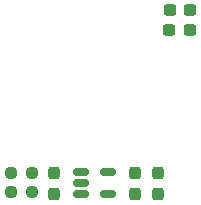
<source format=gtp>
G04 #@! TF.GenerationSoftware,KiCad,Pcbnew,8.0.5-dirty*
G04 #@! TF.CreationDate,2024-10-14T16:29:31+03:00*
G04 #@! TF.ProjectId,Kivipallur_PMW3360_breakout,4b697669-7061-46c6-9c75-725f504d5733,rev?*
G04 #@! TF.SameCoordinates,Original*
G04 #@! TF.FileFunction,Paste,Top*
G04 #@! TF.FilePolarity,Positive*
%FSLAX46Y46*%
G04 Gerber Fmt 4.6, Leading zero omitted, Abs format (unit mm)*
G04 Created by KiCad (PCBNEW 8.0.5-dirty) date 2024-10-14 16:29:31*
%MOMM*%
%LPD*%
G01*
G04 APERTURE LIST*
G04 Aperture macros list*
%AMRoundRect*
0 Rectangle with rounded corners*
0 $1 Rounding radius*
0 $2 $3 $4 $5 $6 $7 $8 $9 X,Y pos of 4 corners*
0 Add a 4 corners polygon primitive as box body*
4,1,4,$2,$3,$4,$5,$6,$7,$8,$9,$2,$3,0*
0 Add four circle primitives for the rounded corners*
1,1,$1+$1,$2,$3*
1,1,$1+$1,$4,$5*
1,1,$1+$1,$6,$7*
1,1,$1+$1,$8,$9*
0 Add four rect primitives between the rounded corners*
20,1,$1+$1,$2,$3,$4,$5,0*
20,1,$1+$1,$4,$5,$6,$7,0*
20,1,$1+$1,$6,$7,$8,$9,0*
20,1,$1+$1,$8,$9,$2,$3,0*%
G04 Aperture macros list end*
%ADD10RoundRect,0.237500X-0.237500X0.300000X-0.237500X-0.300000X0.237500X-0.300000X0.237500X0.300000X0*%
%ADD11RoundRect,0.150000X-0.512500X-0.150000X0.512500X-0.150000X0.512500X0.150000X-0.512500X0.150000X0*%
%ADD12RoundRect,0.237500X-0.300000X-0.237500X0.300000X-0.237500X0.300000X0.237500X-0.300000X0.237500X0*%
%ADD13RoundRect,0.237500X0.237500X-0.300000X0.237500X0.300000X-0.237500X0.300000X-0.237500X-0.300000X0*%
%ADD14RoundRect,0.237500X0.250000X0.237500X-0.250000X0.237500X-0.250000X-0.237500X0.250000X-0.237500X0*%
%ADD15RoundRect,0.237500X0.300000X0.237500X-0.300000X0.237500X-0.300000X-0.237500X0.300000X-0.237500X0*%
%ADD16RoundRect,0.237500X-0.250000X-0.237500X0.250000X-0.237500X0.250000X0.237500X-0.250000X0.237500X0*%
G04 APERTURE END LIST*
D10*
X115900000Y-68337500D03*
X115900000Y-70062500D03*
D11*
X111325000Y-68200000D03*
X111325000Y-69150000D03*
X111325000Y-70100000D03*
X113600000Y-70100000D03*
X113600000Y-68200000D03*
D12*
X118837500Y-56200000D03*
X120562500Y-56200000D03*
D13*
X117900000Y-70062500D03*
X117900000Y-68337500D03*
D14*
X107212500Y-68300000D03*
X105387500Y-68300000D03*
D15*
X120600000Y-54500000D03*
X118875000Y-54500000D03*
D13*
X109100000Y-70062500D03*
X109100000Y-68337500D03*
D16*
X105387500Y-69900000D03*
X107212500Y-69900000D03*
M02*

</source>
